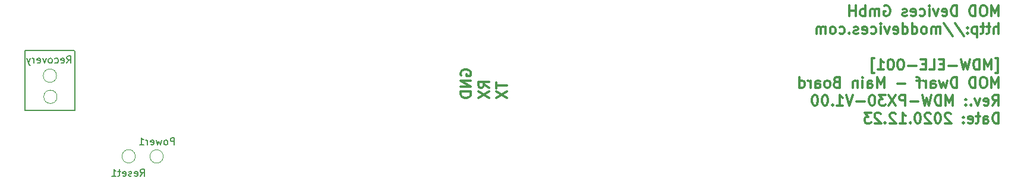
<source format=gbr>
G04 #@! TF.GenerationSoftware,KiCad,Pcbnew,5.1.8-db9833491~87~ubuntu20.04.1*
G04 #@! TF.CreationDate,2020-12-23T16:07:33+01:00*
G04 #@! TF.ProjectId,bottom-board,626f7474-6f6d-42d6-926f-6172642e6b69,rev?*
G04 #@! TF.SameCoordinates,Original*
G04 #@! TF.FileFunction,Legend,Bot*
G04 #@! TF.FilePolarity,Positive*
%FSLAX46Y46*%
G04 Gerber Fmt 4.6, Leading zero omitted, Abs format (unit mm)*
G04 Created by KiCad (PCBNEW 5.1.8-db9833491~87~ubuntu20.04.1) date 2020-12-23 16:07:33*
%MOMM*%
%LPD*%
G01*
G04 APERTURE LIST*
%ADD10C,0.300000*%
%ADD11C,0.150000*%
%ADD12C,0.200000*%
%ADD13C,0.120000*%
G04 APERTURE END LIST*
D10*
X244207857Y-110338571D02*
X244207857Y-108838571D01*
X243707857Y-109910000D01*
X243207857Y-108838571D01*
X243207857Y-110338571D01*
X242207857Y-108838571D02*
X241922142Y-108838571D01*
X241779285Y-108910000D01*
X241636428Y-109052857D01*
X241565000Y-109338571D01*
X241565000Y-109838571D01*
X241636428Y-110124285D01*
X241779285Y-110267142D01*
X241922142Y-110338571D01*
X242207857Y-110338571D01*
X242350714Y-110267142D01*
X242493571Y-110124285D01*
X242565000Y-109838571D01*
X242565000Y-109338571D01*
X242493571Y-109052857D01*
X242350714Y-108910000D01*
X242207857Y-108838571D01*
X240922142Y-110338571D02*
X240922142Y-108838571D01*
X240565000Y-108838571D01*
X240350714Y-108910000D01*
X240207857Y-109052857D01*
X240136428Y-109195714D01*
X240065000Y-109481428D01*
X240065000Y-109695714D01*
X240136428Y-109981428D01*
X240207857Y-110124285D01*
X240350714Y-110267142D01*
X240565000Y-110338571D01*
X240922142Y-110338571D01*
X238279285Y-110338571D02*
X238279285Y-108838571D01*
X237922142Y-108838571D01*
X237707857Y-108910000D01*
X237565000Y-109052857D01*
X237493571Y-109195714D01*
X237422142Y-109481428D01*
X237422142Y-109695714D01*
X237493571Y-109981428D01*
X237565000Y-110124285D01*
X237707857Y-110267142D01*
X237922142Y-110338571D01*
X238279285Y-110338571D01*
X236207857Y-110267142D02*
X236350714Y-110338571D01*
X236636428Y-110338571D01*
X236779285Y-110267142D01*
X236850714Y-110124285D01*
X236850714Y-109552857D01*
X236779285Y-109410000D01*
X236636428Y-109338571D01*
X236350714Y-109338571D01*
X236207857Y-109410000D01*
X236136428Y-109552857D01*
X236136428Y-109695714D01*
X236850714Y-109838571D01*
X235636428Y-109338571D02*
X235279285Y-110338571D01*
X234922142Y-109338571D01*
X234350714Y-110338571D02*
X234350714Y-109338571D01*
X234350714Y-108838571D02*
X234422142Y-108910000D01*
X234350714Y-108981428D01*
X234279285Y-108910000D01*
X234350714Y-108838571D01*
X234350714Y-108981428D01*
X232993571Y-110267142D02*
X233136428Y-110338571D01*
X233422142Y-110338571D01*
X233565000Y-110267142D01*
X233636428Y-110195714D01*
X233707857Y-110052857D01*
X233707857Y-109624285D01*
X233636428Y-109481428D01*
X233565000Y-109410000D01*
X233422142Y-109338571D01*
X233136428Y-109338571D01*
X232993571Y-109410000D01*
X231779285Y-110267142D02*
X231922142Y-110338571D01*
X232207857Y-110338571D01*
X232350714Y-110267142D01*
X232422142Y-110124285D01*
X232422142Y-109552857D01*
X232350714Y-109410000D01*
X232207857Y-109338571D01*
X231922142Y-109338571D01*
X231779285Y-109410000D01*
X231707857Y-109552857D01*
X231707857Y-109695714D01*
X232422142Y-109838571D01*
X231136428Y-110267142D02*
X230993571Y-110338571D01*
X230707857Y-110338571D01*
X230565000Y-110267142D01*
X230493571Y-110124285D01*
X230493571Y-110052857D01*
X230565000Y-109910000D01*
X230707857Y-109838571D01*
X230922142Y-109838571D01*
X231065000Y-109767142D01*
X231136428Y-109624285D01*
X231136428Y-109552857D01*
X231065000Y-109410000D01*
X230922142Y-109338571D01*
X230707857Y-109338571D01*
X230565000Y-109410000D01*
X227922142Y-108910000D02*
X228065000Y-108838571D01*
X228279285Y-108838571D01*
X228493571Y-108910000D01*
X228636428Y-109052857D01*
X228707857Y-109195714D01*
X228779285Y-109481428D01*
X228779285Y-109695714D01*
X228707857Y-109981428D01*
X228636428Y-110124285D01*
X228493571Y-110267142D01*
X228279285Y-110338571D01*
X228136428Y-110338571D01*
X227922142Y-110267142D01*
X227850714Y-110195714D01*
X227850714Y-109695714D01*
X228136428Y-109695714D01*
X227207857Y-110338571D02*
X227207857Y-109338571D01*
X227207857Y-109481428D02*
X227136428Y-109410000D01*
X226993571Y-109338571D01*
X226779285Y-109338571D01*
X226636428Y-109410000D01*
X226565000Y-109552857D01*
X226565000Y-110338571D01*
X226565000Y-109552857D02*
X226493571Y-109410000D01*
X226350714Y-109338571D01*
X226136428Y-109338571D01*
X225993571Y-109410000D01*
X225922142Y-109552857D01*
X225922142Y-110338571D01*
X225207857Y-110338571D02*
X225207857Y-108838571D01*
X225207857Y-109410000D02*
X225065000Y-109338571D01*
X224779285Y-109338571D01*
X224636428Y-109410000D01*
X224565000Y-109481428D01*
X224493571Y-109624285D01*
X224493571Y-110052857D01*
X224565000Y-110195714D01*
X224636428Y-110267142D01*
X224779285Y-110338571D01*
X225065000Y-110338571D01*
X225207857Y-110267142D01*
X223850714Y-110338571D02*
X223850714Y-108838571D01*
X223850714Y-109552857D02*
X222993571Y-109552857D01*
X222993571Y-110338571D02*
X222993571Y-108838571D01*
X244207857Y-112888571D02*
X244207857Y-111388571D01*
X243565000Y-112888571D02*
X243565000Y-112102857D01*
X243636428Y-111960000D01*
X243779285Y-111888571D01*
X243993571Y-111888571D01*
X244136428Y-111960000D01*
X244207857Y-112031428D01*
X243065000Y-111888571D02*
X242493571Y-111888571D01*
X242850714Y-111388571D02*
X242850714Y-112674285D01*
X242779285Y-112817142D01*
X242636428Y-112888571D01*
X242493571Y-112888571D01*
X242207857Y-111888571D02*
X241636428Y-111888571D01*
X241993571Y-111388571D02*
X241993571Y-112674285D01*
X241922142Y-112817142D01*
X241779285Y-112888571D01*
X241636428Y-112888571D01*
X241136428Y-111888571D02*
X241136428Y-113388571D01*
X241136428Y-111960000D02*
X240993571Y-111888571D01*
X240707857Y-111888571D01*
X240565000Y-111960000D01*
X240493571Y-112031428D01*
X240422142Y-112174285D01*
X240422142Y-112602857D01*
X240493571Y-112745714D01*
X240565000Y-112817142D01*
X240707857Y-112888571D01*
X240993571Y-112888571D01*
X241136428Y-112817142D01*
X239779285Y-112745714D02*
X239707857Y-112817142D01*
X239779285Y-112888571D01*
X239850714Y-112817142D01*
X239779285Y-112745714D01*
X239779285Y-112888571D01*
X239779285Y-111960000D02*
X239707857Y-112031428D01*
X239779285Y-112102857D01*
X239850714Y-112031428D01*
X239779285Y-111960000D01*
X239779285Y-112102857D01*
X237993571Y-111317142D02*
X239279285Y-113245714D01*
X236422142Y-111317142D02*
X237707857Y-113245714D01*
X235922142Y-112888571D02*
X235922142Y-111888571D01*
X235922142Y-112031428D02*
X235850714Y-111960000D01*
X235707857Y-111888571D01*
X235493571Y-111888571D01*
X235350714Y-111960000D01*
X235279285Y-112102857D01*
X235279285Y-112888571D01*
X235279285Y-112102857D02*
X235207857Y-111960000D01*
X235065000Y-111888571D01*
X234850714Y-111888571D01*
X234707857Y-111960000D01*
X234636428Y-112102857D01*
X234636428Y-112888571D01*
X233707857Y-112888571D02*
X233850714Y-112817142D01*
X233922142Y-112745714D01*
X233993571Y-112602857D01*
X233993571Y-112174285D01*
X233922142Y-112031428D01*
X233850714Y-111960000D01*
X233707857Y-111888571D01*
X233493571Y-111888571D01*
X233350714Y-111960000D01*
X233279285Y-112031428D01*
X233207857Y-112174285D01*
X233207857Y-112602857D01*
X233279285Y-112745714D01*
X233350714Y-112817142D01*
X233493571Y-112888571D01*
X233707857Y-112888571D01*
X231922142Y-112888571D02*
X231922142Y-111388571D01*
X231922142Y-112817142D02*
X232065000Y-112888571D01*
X232350714Y-112888571D01*
X232493571Y-112817142D01*
X232565000Y-112745714D01*
X232636428Y-112602857D01*
X232636428Y-112174285D01*
X232565000Y-112031428D01*
X232493571Y-111960000D01*
X232350714Y-111888571D01*
X232065000Y-111888571D01*
X231922142Y-111960000D01*
X230565000Y-112888571D02*
X230565000Y-111388571D01*
X230565000Y-112817142D02*
X230707857Y-112888571D01*
X230993571Y-112888571D01*
X231136428Y-112817142D01*
X231207857Y-112745714D01*
X231279285Y-112602857D01*
X231279285Y-112174285D01*
X231207857Y-112031428D01*
X231136428Y-111960000D01*
X230993571Y-111888571D01*
X230707857Y-111888571D01*
X230565000Y-111960000D01*
X229279285Y-112817142D02*
X229422142Y-112888571D01*
X229707857Y-112888571D01*
X229850714Y-112817142D01*
X229922142Y-112674285D01*
X229922142Y-112102857D01*
X229850714Y-111960000D01*
X229707857Y-111888571D01*
X229422142Y-111888571D01*
X229279285Y-111960000D01*
X229207857Y-112102857D01*
X229207857Y-112245714D01*
X229922142Y-112388571D01*
X228707857Y-111888571D02*
X228350714Y-112888571D01*
X227993571Y-111888571D01*
X227422142Y-112888571D02*
X227422142Y-111888571D01*
X227422142Y-111388571D02*
X227493571Y-111460000D01*
X227422142Y-111531428D01*
X227350714Y-111460000D01*
X227422142Y-111388571D01*
X227422142Y-111531428D01*
X226065000Y-112817142D02*
X226207857Y-112888571D01*
X226493571Y-112888571D01*
X226636428Y-112817142D01*
X226707857Y-112745714D01*
X226779285Y-112602857D01*
X226779285Y-112174285D01*
X226707857Y-112031428D01*
X226636428Y-111960000D01*
X226493571Y-111888571D01*
X226207857Y-111888571D01*
X226065000Y-111960000D01*
X224850714Y-112817142D02*
X224993571Y-112888571D01*
X225279285Y-112888571D01*
X225422142Y-112817142D01*
X225493571Y-112674285D01*
X225493571Y-112102857D01*
X225422142Y-111960000D01*
X225279285Y-111888571D01*
X224993571Y-111888571D01*
X224850714Y-111960000D01*
X224779285Y-112102857D01*
X224779285Y-112245714D01*
X225493571Y-112388571D01*
X224207857Y-112817142D02*
X224065000Y-112888571D01*
X223779285Y-112888571D01*
X223636428Y-112817142D01*
X223565000Y-112674285D01*
X223565000Y-112602857D01*
X223636428Y-112460000D01*
X223779285Y-112388571D01*
X223993571Y-112388571D01*
X224136428Y-112317142D01*
X224207857Y-112174285D01*
X224207857Y-112102857D01*
X224136428Y-111960000D01*
X223993571Y-111888571D01*
X223779285Y-111888571D01*
X223636428Y-111960000D01*
X222922142Y-112745714D02*
X222850714Y-112817142D01*
X222922142Y-112888571D01*
X222993571Y-112817142D01*
X222922142Y-112745714D01*
X222922142Y-112888571D01*
X221565000Y-112817142D02*
X221707857Y-112888571D01*
X221993571Y-112888571D01*
X222136428Y-112817142D01*
X222207857Y-112745714D01*
X222279285Y-112602857D01*
X222279285Y-112174285D01*
X222207857Y-112031428D01*
X222136428Y-111960000D01*
X221993571Y-111888571D01*
X221707857Y-111888571D01*
X221565000Y-111960000D01*
X220707857Y-112888571D02*
X220850714Y-112817142D01*
X220922142Y-112745714D01*
X220993571Y-112602857D01*
X220993571Y-112174285D01*
X220922142Y-112031428D01*
X220850714Y-111960000D01*
X220707857Y-111888571D01*
X220493571Y-111888571D01*
X220350714Y-111960000D01*
X220279285Y-112031428D01*
X220207857Y-112174285D01*
X220207857Y-112602857D01*
X220279285Y-112745714D01*
X220350714Y-112817142D01*
X220493571Y-112888571D01*
X220707857Y-112888571D01*
X219565000Y-112888571D02*
X219565000Y-111888571D01*
X219565000Y-112031428D02*
X219493571Y-111960000D01*
X219350714Y-111888571D01*
X219136428Y-111888571D01*
X218993571Y-111960000D01*
X218922142Y-112102857D01*
X218922142Y-112888571D01*
X218922142Y-112102857D02*
X218850714Y-111960000D01*
X218707857Y-111888571D01*
X218493571Y-111888571D01*
X218350714Y-111960000D01*
X218279285Y-112102857D01*
X218279285Y-112888571D01*
X243779285Y-118488571D02*
X244136428Y-118488571D01*
X244136428Y-116345714D01*
X243779285Y-116345714D01*
X243207857Y-117988571D02*
X243207857Y-116488571D01*
X242707857Y-117560000D01*
X242207857Y-116488571D01*
X242207857Y-117988571D01*
X241493571Y-117988571D02*
X241493571Y-116488571D01*
X241136428Y-116488571D01*
X240922142Y-116560000D01*
X240779285Y-116702857D01*
X240707857Y-116845714D01*
X240636428Y-117131428D01*
X240636428Y-117345714D01*
X240707857Y-117631428D01*
X240779285Y-117774285D01*
X240922142Y-117917142D01*
X241136428Y-117988571D01*
X241493571Y-117988571D01*
X240136428Y-116488571D02*
X239779285Y-117988571D01*
X239493571Y-116917142D01*
X239207857Y-117988571D01*
X238850714Y-116488571D01*
X238279285Y-117417142D02*
X237136428Y-117417142D01*
X236422142Y-117202857D02*
X235922142Y-117202857D01*
X235707857Y-117988571D02*
X236422142Y-117988571D01*
X236422142Y-116488571D01*
X235707857Y-116488571D01*
X234350714Y-117988571D02*
X235065000Y-117988571D01*
X235065000Y-116488571D01*
X233850714Y-117202857D02*
X233350714Y-117202857D01*
X233136428Y-117988571D02*
X233850714Y-117988571D01*
X233850714Y-116488571D01*
X233136428Y-116488571D01*
X232493571Y-117417142D02*
X231350714Y-117417142D01*
X230350714Y-116488571D02*
X230207857Y-116488571D01*
X230065000Y-116560000D01*
X229993571Y-116631428D01*
X229922142Y-116774285D01*
X229850714Y-117060000D01*
X229850714Y-117417142D01*
X229922142Y-117702857D01*
X229993571Y-117845714D01*
X230065000Y-117917142D01*
X230207857Y-117988571D01*
X230350714Y-117988571D01*
X230493571Y-117917142D01*
X230565000Y-117845714D01*
X230636428Y-117702857D01*
X230707857Y-117417142D01*
X230707857Y-117060000D01*
X230636428Y-116774285D01*
X230565000Y-116631428D01*
X230493571Y-116560000D01*
X230350714Y-116488571D01*
X228922142Y-116488571D02*
X228779285Y-116488571D01*
X228636428Y-116560000D01*
X228565000Y-116631428D01*
X228493571Y-116774285D01*
X228422142Y-117060000D01*
X228422142Y-117417142D01*
X228493571Y-117702857D01*
X228565000Y-117845714D01*
X228636428Y-117917142D01*
X228779285Y-117988571D01*
X228922142Y-117988571D01*
X229065000Y-117917142D01*
X229136428Y-117845714D01*
X229207857Y-117702857D01*
X229279285Y-117417142D01*
X229279285Y-117060000D01*
X229207857Y-116774285D01*
X229136428Y-116631428D01*
X229065000Y-116560000D01*
X228922142Y-116488571D01*
X226993571Y-117988571D02*
X227850714Y-117988571D01*
X227422142Y-117988571D02*
X227422142Y-116488571D01*
X227565000Y-116702857D01*
X227707857Y-116845714D01*
X227850714Y-116917142D01*
X226493571Y-118488571D02*
X226136428Y-118488571D01*
X226136428Y-116345714D01*
X226493571Y-116345714D01*
X244207857Y-120538571D02*
X244207857Y-119038571D01*
X243707857Y-120110000D01*
X243207857Y-119038571D01*
X243207857Y-120538571D01*
X242207857Y-119038571D02*
X241922142Y-119038571D01*
X241779285Y-119110000D01*
X241636428Y-119252857D01*
X241565000Y-119538571D01*
X241565000Y-120038571D01*
X241636428Y-120324285D01*
X241779285Y-120467142D01*
X241922142Y-120538571D01*
X242207857Y-120538571D01*
X242350714Y-120467142D01*
X242493571Y-120324285D01*
X242565000Y-120038571D01*
X242565000Y-119538571D01*
X242493571Y-119252857D01*
X242350714Y-119110000D01*
X242207857Y-119038571D01*
X240922142Y-120538571D02*
X240922142Y-119038571D01*
X240565000Y-119038571D01*
X240350714Y-119110000D01*
X240207857Y-119252857D01*
X240136428Y-119395714D01*
X240065000Y-119681428D01*
X240065000Y-119895714D01*
X240136428Y-120181428D01*
X240207857Y-120324285D01*
X240350714Y-120467142D01*
X240565000Y-120538571D01*
X240922142Y-120538571D01*
X238279285Y-120538571D02*
X238279285Y-119038571D01*
X237922142Y-119038571D01*
X237707857Y-119110000D01*
X237565000Y-119252857D01*
X237493571Y-119395714D01*
X237422142Y-119681428D01*
X237422142Y-119895714D01*
X237493571Y-120181428D01*
X237565000Y-120324285D01*
X237707857Y-120467142D01*
X237922142Y-120538571D01*
X238279285Y-120538571D01*
X236922142Y-119538571D02*
X236636428Y-120538571D01*
X236350714Y-119824285D01*
X236065000Y-120538571D01*
X235779285Y-119538571D01*
X234565000Y-120538571D02*
X234565000Y-119752857D01*
X234636428Y-119610000D01*
X234779285Y-119538571D01*
X235065000Y-119538571D01*
X235207857Y-119610000D01*
X234565000Y-120467142D02*
X234707857Y-120538571D01*
X235065000Y-120538571D01*
X235207857Y-120467142D01*
X235279285Y-120324285D01*
X235279285Y-120181428D01*
X235207857Y-120038571D01*
X235065000Y-119967142D01*
X234707857Y-119967142D01*
X234565000Y-119895714D01*
X233850714Y-120538571D02*
X233850714Y-119538571D01*
X233850714Y-119824285D02*
X233779285Y-119681428D01*
X233707857Y-119610000D01*
X233565000Y-119538571D01*
X233422142Y-119538571D01*
X233136428Y-119538571D02*
X232565000Y-119538571D01*
X232922142Y-120538571D02*
X232922142Y-119252857D01*
X232850714Y-119110000D01*
X232707857Y-119038571D01*
X232565000Y-119038571D01*
X230922142Y-119967142D02*
X229779285Y-119967142D01*
X227922142Y-120538571D02*
X227922142Y-119038571D01*
X227422142Y-120110000D01*
X226922142Y-119038571D01*
X226922142Y-120538571D01*
X225565000Y-120538571D02*
X225565000Y-119752857D01*
X225636428Y-119610000D01*
X225779285Y-119538571D01*
X226065000Y-119538571D01*
X226207857Y-119610000D01*
X225565000Y-120467142D02*
X225707857Y-120538571D01*
X226065000Y-120538571D01*
X226207857Y-120467142D01*
X226279285Y-120324285D01*
X226279285Y-120181428D01*
X226207857Y-120038571D01*
X226065000Y-119967142D01*
X225707857Y-119967142D01*
X225565000Y-119895714D01*
X224850714Y-120538571D02*
X224850714Y-119538571D01*
X224850714Y-119038571D02*
X224922142Y-119110000D01*
X224850714Y-119181428D01*
X224779285Y-119110000D01*
X224850714Y-119038571D01*
X224850714Y-119181428D01*
X224136428Y-119538571D02*
X224136428Y-120538571D01*
X224136428Y-119681428D02*
X224065000Y-119610000D01*
X223922142Y-119538571D01*
X223707857Y-119538571D01*
X223565000Y-119610000D01*
X223493571Y-119752857D01*
X223493571Y-120538571D01*
X221136428Y-119752857D02*
X220922142Y-119824285D01*
X220850714Y-119895714D01*
X220779285Y-120038571D01*
X220779285Y-120252857D01*
X220850714Y-120395714D01*
X220922142Y-120467142D01*
X221065000Y-120538571D01*
X221636428Y-120538571D01*
X221636428Y-119038571D01*
X221136428Y-119038571D01*
X220993571Y-119110000D01*
X220922142Y-119181428D01*
X220850714Y-119324285D01*
X220850714Y-119467142D01*
X220922142Y-119610000D01*
X220993571Y-119681428D01*
X221136428Y-119752857D01*
X221636428Y-119752857D01*
X219922142Y-120538571D02*
X220065000Y-120467142D01*
X220136428Y-120395714D01*
X220207857Y-120252857D01*
X220207857Y-119824285D01*
X220136428Y-119681428D01*
X220065000Y-119610000D01*
X219922142Y-119538571D01*
X219707857Y-119538571D01*
X219565000Y-119610000D01*
X219493571Y-119681428D01*
X219422142Y-119824285D01*
X219422142Y-120252857D01*
X219493571Y-120395714D01*
X219565000Y-120467142D01*
X219707857Y-120538571D01*
X219922142Y-120538571D01*
X218136428Y-120538571D02*
X218136428Y-119752857D01*
X218207857Y-119610000D01*
X218350714Y-119538571D01*
X218636428Y-119538571D01*
X218779285Y-119610000D01*
X218136428Y-120467142D02*
X218279285Y-120538571D01*
X218636428Y-120538571D01*
X218779285Y-120467142D01*
X218850714Y-120324285D01*
X218850714Y-120181428D01*
X218779285Y-120038571D01*
X218636428Y-119967142D01*
X218279285Y-119967142D01*
X218136428Y-119895714D01*
X217422142Y-120538571D02*
X217422142Y-119538571D01*
X217422142Y-119824285D02*
X217350714Y-119681428D01*
X217279285Y-119610000D01*
X217136428Y-119538571D01*
X216993571Y-119538571D01*
X215850714Y-120538571D02*
X215850714Y-119038571D01*
X215850714Y-120467142D02*
X215993571Y-120538571D01*
X216279285Y-120538571D01*
X216422142Y-120467142D01*
X216493571Y-120395714D01*
X216565000Y-120252857D01*
X216565000Y-119824285D01*
X216493571Y-119681428D01*
X216422142Y-119610000D01*
X216279285Y-119538571D01*
X215993571Y-119538571D01*
X215850714Y-119610000D01*
X243350714Y-123088571D02*
X243850714Y-122374285D01*
X244207857Y-123088571D02*
X244207857Y-121588571D01*
X243636428Y-121588571D01*
X243493571Y-121660000D01*
X243422142Y-121731428D01*
X243350714Y-121874285D01*
X243350714Y-122088571D01*
X243422142Y-122231428D01*
X243493571Y-122302857D01*
X243636428Y-122374285D01*
X244207857Y-122374285D01*
X242136428Y-123017142D02*
X242279285Y-123088571D01*
X242565000Y-123088571D01*
X242707857Y-123017142D01*
X242779285Y-122874285D01*
X242779285Y-122302857D01*
X242707857Y-122160000D01*
X242565000Y-122088571D01*
X242279285Y-122088571D01*
X242136428Y-122160000D01*
X242065000Y-122302857D01*
X242065000Y-122445714D01*
X242779285Y-122588571D01*
X241565000Y-122088571D02*
X241207857Y-123088571D01*
X240850714Y-122088571D01*
X240279285Y-122945714D02*
X240207857Y-123017142D01*
X240279285Y-123088571D01*
X240350714Y-123017142D01*
X240279285Y-122945714D01*
X240279285Y-123088571D01*
X239565000Y-122945714D02*
X239493571Y-123017142D01*
X239565000Y-123088571D01*
X239636428Y-123017142D01*
X239565000Y-122945714D01*
X239565000Y-123088571D01*
X239565000Y-122160000D02*
X239493571Y-122231428D01*
X239565000Y-122302857D01*
X239636428Y-122231428D01*
X239565000Y-122160000D01*
X239565000Y-122302857D01*
X237707857Y-123088571D02*
X237707857Y-121588571D01*
X237207857Y-122660000D01*
X236707857Y-121588571D01*
X236707857Y-123088571D01*
X235993571Y-123088571D02*
X235993571Y-121588571D01*
X235636428Y-121588571D01*
X235422142Y-121660000D01*
X235279285Y-121802857D01*
X235207857Y-121945714D01*
X235136428Y-122231428D01*
X235136428Y-122445714D01*
X235207857Y-122731428D01*
X235279285Y-122874285D01*
X235422142Y-123017142D01*
X235636428Y-123088571D01*
X235993571Y-123088571D01*
X234636428Y-121588571D02*
X234279285Y-123088571D01*
X233993571Y-122017142D01*
X233707857Y-123088571D01*
X233350714Y-121588571D01*
X232779285Y-122517142D02*
X231636428Y-122517142D01*
X230922142Y-123088571D02*
X230922142Y-121588571D01*
X230350714Y-121588571D01*
X230207857Y-121660000D01*
X230136428Y-121731428D01*
X230065000Y-121874285D01*
X230065000Y-122088571D01*
X230136428Y-122231428D01*
X230207857Y-122302857D01*
X230350714Y-122374285D01*
X230922142Y-122374285D01*
X229565000Y-121588571D02*
X228565000Y-123088571D01*
X228565000Y-121588571D02*
X229565000Y-123088571D01*
X228136428Y-121588571D02*
X227207857Y-121588571D01*
X227707857Y-122160000D01*
X227493571Y-122160000D01*
X227350714Y-122231428D01*
X227279285Y-122302857D01*
X227207857Y-122445714D01*
X227207857Y-122802857D01*
X227279285Y-122945714D01*
X227350714Y-123017142D01*
X227493571Y-123088571D01*
X227922142Y-123088571D01*
X228065000Y-123017142D01*
X228136428Y-122945714D01*
X226279285Y-121588571D02*
X226136428Y-121588571D01*
X225993571Y-121660000D01*
X225922142Y-121731428D01*
X225850714Y-121874285D01*
X225779285Y-122160000D01*
X225779285Y-122517142D01*
X225850714Y-122802857D01*
X225922142Y-122945714D01*
X225993571Y-123017142D01*
X226136428Y-123088571D01*
X226279285Y-123088571D01*
X226422142Y-123017142D01*
X226493571Y-122945714D01*
X226565000Y-122802857D01*
X226636428Y-122517142D01*
X226636428Y-122160000D01*
X226565000Y-121874285D01*
X226493571Y-121731428D01*
X226422142Y-121660000D01*
X226279285Y-121588571D01*
X225136428Y-122517142D02*
X223993571Y-122517142D01*
X223493571Y-121588571D02*
X222993571Y-123088571D01*
X222493571Y-121588571D01*
X221207857Y-123088571D02*
X222065000Y-123088571D01*
X221636428Y-123088571D02*
X221636428Y-121588571D01*
X221779285Y-121802857D01*
X221922142Y-121945714D01*
X222065000Y-122017142D01*
X220565000Y-122945714D02*
X220493571Y-123017142D01*
X220565000Y-123088571D01*
X220636428Y-123017142D01*
X220565000Y-122945714D01*
X220565000Y-123088571D01*
X219565000Y-121588571D02*
X219422142Y-121588571D01*
X219279285Y-121660000D01*
X219207857Y-121731428D01*
X219136428Y-121874285D01*
X219065000Y-122160000D01*
X219065000Y-122517142D01*
X219136428Y-122802857D01*
X219207857Y-122945714D01*
X219279285Y-123017142D01*
X219422142Y-123088571D01*
X219565000Y-123088571D01*
X219707857Y-123017142D01*
X219779285Y-122945714D01*
X219850714Y-122802857D01*
X219922142Y-122517142D01*
X219922142Y-122160000D01*
X219850714Y-121874285D01*
X219779285Y-121731428D01*
X219707857Y-121660000D01*
X219565000Y-121588571D01*
X218136428Y-121588571D02*
X217993571Y-121588571D01*
X217850714Y-121660000D01*
X217779285Y-121731428D01*
X217707857Y-121874285D01*
X217636428Y-122160000D01*
X217636428Y-122517142D01*
X217707857Y-122802857D01*
X217779285Y-122945714D01*
X217850714Y-123017142D01*
X217993571Y-123088571D01*
X218136428Y-123088571D01*
X218279285Y-123017142D01*
X218350714Y-122945714D01*
X218422142Y-122802857D01*
X218493571Y-122517142D01*
X218493571Y-122160000D01*
X218422142Y-121874285D01*
X218350714Y-121731428D01*
X218279285Y-121660000D01*
X218136428Y-121588571D01*
X244207857Y-125638571D02*
X244207857Y-124138571D01*
X243850714Y-124138571D01*
X243636428Y-124210000D01*
X243493571Y-124352857D01*
X243422142Y-124495714D01*
X243350714Y-124781428D01*
X243350714Y-124995714D01*
X243422142Y-125281428D01*
X243493571Y-125424285D01*
X243636428Y-125567142D01*
X243850714Y-125638571D01*
X244207857Y-125638571D01*
X242065000Y-125638571D02*
X242065000Y-124852857D01*
X242136428Y-124710000D01*
X242279285Y-124638571D01*
X242565000Y-124638571D01*
X242707857Y-124710000D01*
X242065000Y-125567142D02*
X242207857Y-125638571D01*
X242565000Y-125638571D01*
X242707857Y-125567142D01*
X242779285Y-125424285D01*
X242779285Y-125281428D01*
X242707857Y-125138571D01*
X242565000Y-125067142D01*
X242207857Y-125067142D01*
X242065000Y-124995714D01*
X241564999Y-124638571D02*
X240993571Y-124638571D01*
X241350714Y-124138571D02*
X241350714Y-125424285D01*
X241279285Y-125567142D01*
X241136428Y-125638571D01*
X240993571Y-125638571D01*
X239922142Y-125567142D02*
X240065000Y-125638571D01*
X240350714Y-125638571D01*
X240493571Y-125567142D01*
X240565000Y-125424285D01*
X240565000Y-124852857D01*
X240493571Y-124710000D01*
X240350714Y-124638571D01*
X240065000Y-124638571D01*
X239922142Y-124710000D01*
X239850714Y-124852857D01*
X239850714Y-124995714D01*
X240565000Y-125138571D01*
X239207857Y-125495714D02*
X239136428Y-125567142D01*
X239207857Y-125638571D01*
X239279285Y-125567142D01*
X239207857Y-125495714D01*
X239207857Y-125638571D01*
X239207857Y-124710000D02*
X239136428Y-124781428D01*
X239207857Y-124852857D01*
X239279285Y-124781428D01*
X239207857Y-124710000D01*
X239207857Y-124852857D01*
X237422142Y-124281428D02*
X237350714Y-124210000D01*
X237207857Y-124138571D01*
X236850714Y-124138571D01*
X236707857Y-124210000D01*
X236636428Y-124281428D01*
X236565000Y-124424285D01*
X236565000Y-124567142D01*
X236636428Y-124781428D01*
X237493571Y-125638571D01*
X236565000Y-125638571D01*
X235636428Y-124138571D02*
X235493571Y-124138571D01*
X235350714Y-124210000D01*
X235279285Y-124281428D01*
X235207857Y-124424285D01*
X235136428Y-124710000D01*
X235136428Y-125067142D01*
X235207857Y-125352857D01*
X235279285Y-125495714D01*
X235350714Y-125567142D01*
X235493571Y-125638571D01*
X235636428Y-125638571D01*
X235779285Y-125567142D01*
X235850714Y-125495714D01*
X235922142Y-125352857D01*
X235993571Y-125067142D01*
X235993571Y-124710000D01*
X235922142Y-124424285D01*
X235850714Y-124281428D01*
X235779285Y-124210000D01*
X235636428Y-124138571D01*
X234564999Y-124281428D02*
X234493571Y-124210000D01*
X234350714Y-124138571D01*
X233993571Y-124138571D01*
X233850714Y-124210000D01*
X233779285Y-124281428D01*
X233707857Y-124424285D01*
X233707857Y-124567142D01*
X233779285Y-124781428D01*
X234636428Y-125638571D01*
X233707857Y-125638571D01*
X232779285Y-124138571D02*
X232636428Y-124138571D01*
X232493571Y-124210000D01*
X232422142Y-124281428D01*
X232350714Y-124424285D01*
X232279285Y-124710000D01*
X232279285Y-125067142D01*
X232350714Y-125352857D01*
X232422142Y-125495714D01*
X232493571Y-125567142D01*
X232636428Y-125638571D01*
X232779285Y-125638571D01*
X232922142Y-125567142D01*
X232993571Y-125495714D01*
X233064999Y-125352857D01*
X233136428Y-125067142D01*
X233136428Y-124710000D01*
X233064999Y-124424285D01*
X232993571Y-124281428D01*
X232922142Y-124210000D01*
X232779285Y-124138571D01*
X231636428Y-125495714D02*
X231564999Y-125567142D01*
X231636428Y-125638571D01*
X231707857Y-125567142D01*
X231636428Y-125495714D01*
X231636428Y-125638571D01*
X230136428Y-125638571D02*
X230993571Y-125638571D01*
X230564999Y-125638571D02*
X230564999Y-124138571D01*
X230707857Y-124352857D01*
X230850714Y-124495714D01*
X230993571Y-124567142D01*
X229564999Y-124281428D02*
X229493571Y-124210000D01*
X229350714Y-124138571D01*
X228993571Y-124138571D01*
X228850714Y-124210000D01*
X228779285Y-124281428D01*
X228707857Y-124424285D01*
X228707857Y-124567142D01*
X228779285Y-124781428D01*
X229636428Y-125638571D01*
X228707857Y-125638571D01*
X228064999Y-125495714D02*
X227993571Y-125567142D01*
X228064999Y-125638571D01*
X228136428Y-125567142D01*
X228064999Y-125495714D01*
X228064999Y-125638571D01*
X227422142Y-124281428D02*
X227350714Y-124210000D01*
X227207857Y-124138571D01*
X226850714Y-124138571D01*
X226707857Y-124210000D01*
X226636428Y-124281428D01*
X226564999Y-124424285D01*
X226564999Y-124567142D01*
X226636428Y-124781428D01*
X227493571Y-125638571D01*
X226564999Y-125638571D01*
X226064999Y-124138571D02*
X225136428Y-124138571D01*
X225636428Y-124710000D01*
X225422142Y-124710000D01*
X225279285Y-124781428D01*
X225207857Y-124852857D01*
X225136428Y-124995714D01*
X225136428Y-125352857D01*
X225207857Y-125495714D01*
X225279285Y-125567142D01*
X225422142Y-125638571D01*
X225850714Y-125638571D01*
X225993571Y-125567142D01*
X226064999Y-125495714D01*
D11*
X105557800Y-115267600D02*
X105557800Y-123760000D01*
D12*
X111485076Y-117037980D02*
X111818409Y-116561790D01*
X112056504Y-117037980D02*
X112056504Y-116037980D01*
X111675552Y-116037980D01*
X111580314Y-116085600D01*
X111532695Y-116133219D01*
X111485076Y-116228457D01*
X111485076Y-116371314D01*
X111532695Y-116466552D01*
X111580314Y-116514171D01*
X111675552Y-116561790D01*
X112056504Y-116561790D01*
X110675552Y-116990361D02*
X110770790Y-117037980D01*
X110961266Y-117037980D01*
X111056504Y-116990361D01*
X111104123Y-116895123D01*
X111104123Y-116514171D01*
X111056504Y-116418933D01*
X110961266Y-116371314D01*
X110770790Y-116371314D01*
X110675552Y-116418933D01*
X110627933Y-116514171D01*
X110627933Y-116609409D01*
X111104123Y-116704647D01*
X109770790Y-116990361D02*
X109866028Y-117037980D01*
X110056504Y-117037980D01*
X110151742Y-116990361D01*
X110199361Y-116942742D01*
X110246980Y-116847504D01*
X110246980Y-116561790D01*
X110199361Y-116466552D01*
X110151742Y-116418933D01*
X110056504Y-116371314D01*
X109866028Y-116371314D01*
X109770790Y-116418933D01*
X109199361Y-117037980D02*
X109294600Y-116990361D01*
X109342219Y-116942742D01*
X109389838Y-116847504D01*
X109389838Y-116561790D01*
X109342219Y-116466552D01*
X109294600Y-116418933D01*
X109199361Y-116371314D01*
X109056504Y-116371314D01*
X108961266Y-116418933D01*
X108913647Y-116466552D01*
X108866028Y-116561790D01*
X108866028Y-116847504D01*
X108913647Y-116942742D01*
X108961266Y-116990361D01*
X109056504Y-117037980D01*
X109199361Y-117037980D01*
X108532695Y-116371314D02*
X108294600Y-117037980D01*
X108056504Y-116371314D01*
X107294600Y-116990361D02*
X107389838Y-117037980D01*
X107580314Y-117037980D01*
X107675552Y-116990361D01*
X107723171Y-116895123D01*
X107723171Y-116514171D01*
X107675552Y-116418933D01*
X107580314Y-116371314D01*
X107389838Y-116371314D01*
X107294600Y-116418933D01*
X107246980Y-116514171D01*
X107246980Y-116609409D01*
X107723171Y-116704647D01*
X106818409Y-117037980D02*
X106818409Y-116371314D01*
X106818409Y-116561790D02*
X106770790Y-116466552D01*
X106723171Y-116418933D01*
X106627933Y-116371314D01*
X106532695Y-116371314D01*
X106294600Y-116371314D02*
X106056504Y-117037980D01*
X105818409Y-116371314D02*
X106056504Y-117037980D01*
X106151742Y-117276076D01*
X106199361Y-117323695D01*
X106294600Y-117371314D01*
D10*
X167630000Y-118836428D02*
X167558571Y-118693571D01*
X167558571Y-118479285D01*
X167630000Y-118265000D01*
X167772857Y-118122142D01*
X167915714Y-118050714D01*
X168201428Y-117979285D01*
X168415714Y-117979285D01*
X168701428Y-118050714D01*
X168844285Y-118122142D01*
X168987142Y-118265000D01*
X169058571Y-118479285D01*
X169058571Y-118622142D01*
X168987142Y-118836428D01*
X168915714Y-118907857D01*
X168415714Y-118907857D01*
X168415714Y-118622142D01*
X169058571Y-119550714D02*
X167558571Y-119550714D01*
X169058571Y-120407857D01*
X167558571Y-120407857D01*
X169058571Y-121122142D02*
X167558571Y-121122142D01*
X167558571Y-121479285D01*
X167630000Y-121693571D01*
X167772857Y-121836428D01*
X167915714Y-121907857D01*
X168201428Y-121979285D01*
X168415714Y-121979285D01*
X168701428Y-121907857D01*
X168844285Y-121836428D01*
X168987142Y-121693571D01*
X169058571Y-121479285D01*
X169058571Y-121122142D01*
X171608571Y-120550714D02*
X170894285Y-120050714D01*
X171608571Y-119693571D02*
X170108571Y-119693571D01*
X170108571Y-120265000D01*
X170180000Y-120407857D01*
X170251428Y-120479285D01*
X170394285Y-120550714D01*
X170608571Y-120550714D01*
X170751428Y-120479285D01*
X170822857Y-120407857D01*
X170894285Y-120265000D01*
X170894285Y-119693571D01*
X170108571Y-121050714D02*
X171608571Y-122050714D01*
X170108571Y-122050714D02*
X171608571Y-121050714D01*
X172658571Y-119836428D02*
X172658571Y-120693571D01*
X174158571Y-120265000D02*
X172658571Y-120265000D01*
X172658571Y-121050714D02*
X174158571Y-122050714D01*
X172658571Y-122050714D02*
X174158571Y-121050714D01*
D11*
X112627800Y-115307600D02*
X112620000Y-123760000D01*
X105557800Y-123760000D02*
X112620000Y-123760000D01*
X112578200Y-115282000D02*
X105517000Y-115282000D01*
D13*
X110095000Y-121860000D02*
G75*
G03*
X110095000Y-121860000I-950000J0D01*
G01*
X110023000Y-118846000D02*
G75*
G03*
X110023000Y-118846000I-950000J0D01*
G01*
X125230000Y-130370000D02*
G75*
G03*
X125230000Y-130370000I-950000J0D01*
G01*
X121250000Y-130350000D02*
G75*
G03*
X121250000Y-130350000I-950000J0D01*
G01*
D11*
X126802380Y-128692380D02*
X126802380Y-127692380D01*
X126421428Y-127692380D01*
X126326190Y-127740000D01*
X126278571Y-127787619D01*
X126230952Y-127882857D01*
X126230952Y-128025714D01*
X126278571Y-128120952D01*
X126326190Y-128168571D01*
X126421428Y-128216190D01*
X126802380Y-128216190D01*
X125659523Y-128692380D02*
X125754761Y-128644761D01*
X125802380Y-128597142D01*
X125850000Y-128501904D01*
X125850000Y-128216190D01*
X125802380Y-128120952D01*
X125754761Y-128073333D01*
X125659523Y-128025714D01*
X125516666Y-128025714D01*
X125421428Y-128073333D01*
X125373809Y-128120952D01*
X125326190Y-128216190D01*
X125326190Y-128501904D01*
X125373809Y-128597142D01*
X125421428Y-128644761D01*
X125516666Y-128692380D01*
X125659523Y-128692380D01*
X124992857Y-128025714D02*
X124802380Y-128692380D01*
X124611904Y-128216190D01*
X124421428Y-128692380D01*
X124230952Y-128025714D01*
X123469047Y-128644761D02*
X123564285Y-128692380D01*
X123754761Y-128692380D01*
X123850000Y-128644761D01*
X123897619Y-128549523D01*
X123897619Y-128168571D01*
X123850000Y-128073333D01*
X123754761Y-128025714D01*
X123564285Y-128025714D01*
X123469047Y-128073333D01*
X123421428Y-128168571D01*
X123421428Y-128263809D01*
X123897619Y-128359047D01*
X122992857Y-128692380D02*
X122992857Y-128025714D01*
X122992857Y-128216190D02*
X122945238Y-128120952D01*
X122897619Y-128073333D01*
X122802380Y-128025714D01*
X122707142Y-128025714D01*
X121850000Y-128692380D02*
X122421428Y-128692380D01*
X122135714Y-128692380D02*
X122135714Y-127692380D01*
X122230952Y-127835238D01*
X122326190Y-127930476D01*
X122421428Y-127978095D01*
X121954285Y-133182380D02*
X122287619Y-132706190D01*
X122525714Y-133182380D02*
X122525714Y-132182380D01*
X122144761Y-132182380D01*
X122049523Y-132230000D01*
X122001904Y-132277619D01*
X121954285Y-132372857D01*
X121954285Y-132515714D01*
X122001904Y-132610952D01*
X122049523Y-132658571D01*
X122144761Y-132706190D01*
X122525714Y-132706190D01*
X121144761Y-133134761D02*
X121240000Y-133182380D01*
X121430476Y-133182380D01*
X121525714Y-133134761D01*
X121573333Y-133039523D01*
X121573333Y-132658571D01*
X121525714Y-132563333D01*
X121430476Y-132515714D01*
X121240000Y-132515714D01*
X121144761Y-132563333D01*
X121097142Y-132658571D01*
X121097142Y-132753809D01*
X121573333Y-132849047D01*
X120716190Y-133134761D02*
X120620952Y-133182380D01*
X120430476Y-133182380D01*
X120335238Y-133134761D01*
X120287619Y-133039523D01*
X120287619Y-132991904D01*
X120335238Y-132896666D01*
X120430476Y-132849047D01*
X120573333Y-132849047D01*
X120668571Y-132801428D01*
X120716190Y-132706190D01*
X120716190Y-132658571D01*
X120668571Y-132563333D01*
X120573333Y-132515714D01*
X120430476Y-132515714D01*
X120335238Y-132563333D01*
X119478095Y-133134761D02*
X119573333Y-133182380D01*
X119763809Y-133182380D01*
X119859047Y-133134761D01*
X119906666Y-133039523D01*
X119906666Y-132658571D01*
X119859047Y-132563333D01*
X119763809Y-132515714D01*
X119573333Y-132515714D01*
X119478095Y-132563333D01*
X119430476Y-132658571D01*
X119430476Y-132753809D01*
X119906666Y-132849047D01*
X119144761Y-132515714D02*
X118763809Y-132515714D01*
X119001904Y-132182380D02*
X119001904Y-133039523D01*
X118954285Y-133134761D01*
X118859047Y-133182380D01*
X118763809Y-133182380D01*
X117906666Y-133182380D02*
X118478095Y-133182380D01*
X118192380Y-133182380D02*
X118192380Y-132182380D01*
X118287619Y-132325238D01*
X118382857Y-132420476D01*
X118478095Y-132468095D01*
M02*

</source>
